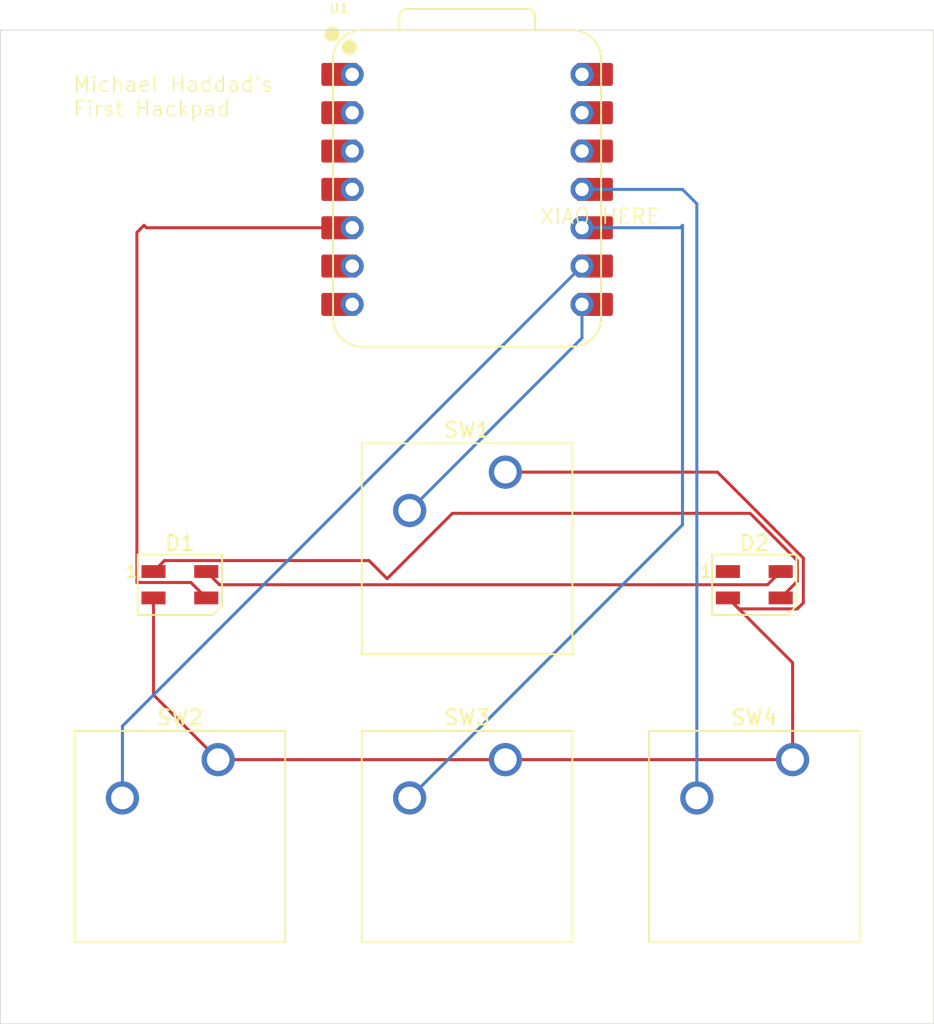
<source format=kicad_pcb>
(kicad_pcb (version 20241229) (generator "pcbnew") (generator_version "9.0")
  (layers (0 "F.Cu" signal) (2 "B.Cu" signal) (13 "F.Paste" user) (15 "B.Paste" user) (5 "F.SilkS" user "F.Silkscreen") (7 "B.SilkS" user "B.Silkscreen") (1 "F.Mask" user) (3 "B.Mask" user) (25 "Edge.Cuts" user))
  (net 0 "")
  (net 1 "+5V")
  (net 2 "GND")
  (net 3 "Net-(D1-DIN)")
  (net 4 "Net-(D1-DOUT)")
  (net 6 "Net-(U1-GPIO1{slash}RX)")
  (net 7 "Net-(U1-GPIO2{slash}SCK)")
  (net 8 "Net-(U1-GPIO4{slash}MISO)")
  (net 9 "Net-(U1-GPIO3{slash}MOSI)")
  (footprint "Button_Switch_Keyboard:SW_Cherry_MX_1.00u_PCB" (layer "F.Cu") (at 104.93375 66.3575)
    (property "Reference" "SW1" (at -2.54 -2.794 0) (layer "F.SilkS"))
    (property "Value" "SW_Push")
    (fp_line (start -9.525 -1.905) (end 4.445 -1.905) (stroke (width 0.12)) (layer "F.SilkS"))
    (fp_line (start -9.525 12.065) (end -9.525 -1.905) (stroke (width 0.12)) (layer "F.SilkS"))
    (fp_line (start 4.445 -1.905) (end 4.445 12.065) (stroke (width 0.12)) (layer "F.SilkS"))
    (fp_line (start 4.445 12.065) (end -9.525 12.065) (stroke (width 0.12)) (layer "F.SilkS"))
    (pad "" np_thru_hole circle (at -7.62 5.08) (size 1.7 1.7) (drill 1.7) (layers "*.Cu" "*.Mask"))
    (pad "" np_thru_hole circle (at -2.54 5.08) (size 4 4) (drill 4) (layers "*.Cu" "*.Mask"))
    (pad "" np_thru_hole circle (at 2.54 5.08) (size 1.7 1.7) (drill 1.7) (layers "*.Cu" "*.Mask"))
    (pad "1" thru_hole circle (at 0 0) (size 2.2 2.2) (drill 1.5) (layers "*.Cu" "*.Mask") (net 2 "GND"))
    (pad "2" thru_hole circle (at -6.35 2.54) (size 2.2 2.2) (drill 1.5) (layers "*.Cu" "*.Mask") (net 6 "Net-(U1-GPIO1{slash}RX)"))
  )
  (footprint "LED_SMD:LED_SK6812MINI_PLCC4_3.5x3.5mm_P1.75mm" (layer "F.Cu") (at 83.34375 73.81875)
    (property "Reference" "D1" (at 0 -2.75 0) (layer "F.SilkS"))
    (property "Value" "SK6812MINI")
    (fp_line (start -2.8 -2) (end -2.8 2) (stroke (width 0.12)) (layer "F.SilkS"))
    (fp_line (start -2.8 -2) (end 2.8 -2) (stroke (width 0.12)) (layer "F.SilkS"))
    (fp_line (start -2.8 2) (end 2.2 2) (stroke (width 0.12)) (layer "F.SilkS"))
    (fp_line (start 2.8 1.4) (end 2.2 2) (stroke (width 0.12)) (layer "F.SilkS"))
    (fp_line (start 2.8 1.4) (end 2.8 -2) (stroke (width 0.12)) (layer "F.SilkS"))
    (fp_text user "1" (at -3.2 -0.875 0) (layer "F.SilkS") (effects (font (size 0.8 0.8))))
    (pad "1" smd rect (at -1.75 -0.875) (size 1.6 0.85) (layers "F.Cu" "F.Mask" "F.Paste") (net 4 "Net-(D1-DOUT)"))
    (pad "2" smd rect (at -1.75 0.875) (size 1.6 0.85) (layers "F.Cu" "F.Mask" "F.Paste") (net 2 "GND"))
    (pad "3" smd rect (at 1.75 0.875) (size 1.6 0.85) (layers "F.Cu" "F.Mask" "F.Paste") (net 3 "Net-(D1-DIN)"))
    (pad "4" smd rect (at 1.75 -0.875) (size 1.6 0.85) (layers "F.Cu" "F.Mask" "F.Paste") (net 1 "+5V"))
  )
  (footprint "Button_Switch_Keyboard:SW_Cherry_MX_1.00u_PCB" (layer "F.Cu") (at 123.98375 85.4075)
    (property "Reference" "SW4" (at -2.54 -2.794 0) (layer "F.SilkS"))
    (property "Value" "SW_Push")
    (fp_line (start -9.525 -1.905) (end 4.445 -1.905) (stroke (width 0.12)) (layer "F.SilkS"))
    (fp_line (start -9.525 12.065) (end -9.525 -1.905) (stroke (width 0.12)) (layer "F.SilkS"))
    (fp_line (start 4.445 -1.905) (end 4.445 12.065) (stroke (width 0.12)) (layer "F.SilkS"))
    (fp_line (start 4.445 12.065) (end -9.525 12.065) (stroke (width 0.12)) (layer "F.SilkS"))
    (pad "" np_thru_hole circle (at -7.62 5.08) (size 1.7 1.7) (drill 1.7) (layers "*.Cu" "*.Mask"))
    (pad "" np_thru_hole circle (at -2.54 5.08) (size 4 4) (drill 4) (layers "*.Cu" "*.Mask"))
    (pad "" np_thru_hole circle (at 2.54 5.08) (size 1.7 1.7) (drill 1.7) (layers "*.Cu" "*.Mask"))
    (pad "1" thru_hole circle (at 0 0) (size 2.2 2.2) (drill 1.5) (layers "*.Cu" "*.Mask") (net 2 "GND"))
    (pad "2" thru_hole circle (at -6.35 2.54) (size 2.2 2.2) (drill 1.5) (layers "*.Cu" "*.Mask") (net 9 "Net-(U1-GPIO3{slash}MOSI)"))
  )
  (footprint "OPL library:XIAO-RP2040-DIP" (layer "F.Cu") (at 102.39375 47.625)
    (property "Reference" "U1" (at -8.5 -12 0) (layer "F.SilkS") (effects (font (size 0.635 0.635) (thickness 0.1016))))
    (property "Value" "XIAO-RP2040-DIP")
    (fp_line (start -8.89 8.509) (end -8.89 -8.636) (stroke (width 0.127)) (layer "F.SilkS"))
    (fp_line (start -6.985 10.414) (end 6.985 10.414) (stroke (width 0.127)) (layer "F.SilkS"))
    (fp_line (start -4.495 -10.541) (end -4.491272 -11.451272) (stroke (width 0.127)) (layer "F.SilkS"))
    (fp_line (start -3.991272 -11.951) (end 4.004 -11.951) (stroke (width 0.127)) (layer "F.SilkS"))
    (fp_line (start 4.504 -11.451) (end 4.504 -10.541) (stroke (width 0.127)) (layer "F.SilkS"))
    (fp_line (start 6.985 -10.541) (end -6.985 -10.541) (stroke (width 0.1)) (layer "F.SilkS"))
    (fp_line (start 6.985 -10.541) (end -6.985 -10.541) (stroke (width 0.127)) (layer "F.SilkS"))
    (fp_line (start 8.89 8.509) (end 8.89 -8.636) (stroke (width 0.127)) (layer "F.SilkS"))
    (fp_arc (start -8.89 -8.636) (mid -8.332038 -9.983038) (end -6.985 -10.541) (stroke (width 0.127)) (layer "F.SilkS"))
    (fp_arc (start -6.985 10.414) (mid -8.332038 9.856038) (end -8.89 8.509) (stroke (width 0.127)) (layer "F.SilkS"))
    (fp_arc (start -4.491272 -11.451272) (mid -4.344728 -11.80464) (end -3.991272 -11.951) (stroke (width 0.127)) (layer "F.SilkS"))
    (fp_arc (start 4.004 -11.951) (mid 4.357553 -11.804553) (end 4.504 -11.451) (stroke (width 0.127)) (layer "F.SilkS"))
    (fp_arc (start 6.985 -10.541) (mid 8.332038 -9.983038) (end 8.89 -8.636) (stroke (width 0.127)) (layer "F.SilkS"))
    (fp_arc (start 8.89 8.509) (mid 8.332038 9.856038) (end 6.985 10.414) (stroke (width 0.127)) (layer "F.SilkS"))
    (fp_circle (center -8.95 -10.3) (end -8.95 -10.554) (stroke (width 0.5)) (fill yes) (layer "F.SilkS"))
    (fp_circle (center -7.807 -9.42) (end -7.807 -9.674) (stroke (width 0.5)) (fill yes) (layer "F.SilkS"))
    (pad "1" smd roundrect (at -8.455 -7.62 180) (size 2.432 1.524) (layers "F.Cu" "F.Mask") (roundrect_rratio 0.1))
    (pad "1" thru_hole circle (at -7.62 -7.62 180) (size 1.524 1.524) (drill 0.889) (layers "*.Cu" "*.Mask"))
    (pad "2" smd roundrect (at -8.455 -5.08 180) (size 2.432 1.524) (layers "F.Cu" "F.Mask") (roundrect_rratio 0.1))
    (pad "2" thru_hole circle (at -7.62 -5.08 180) (size 1.524 1.524) (drill 0.889) (layers "*.Cu" "*.Mask"))
    (pad "3" smd roundrect (at -8.455 -2.54 180) (size 2.432 1.524) (layers "F.Cu" "F.Mask") (roundrect_rratio 0.1))
    (pad "3" thru_hole circle (at -7.62 -2.54 180) (size 1.524 1.524) (drill 0.889) (layers "*.Cu" "*.Mask"))
    (pad "4" smd roundrect (at -8.455 0 180) (size 2.432 1.524) (layers "F.Cu" "F.Mask") (roundrect_rratio 0.1))
    (pad "4" thru_hole circle (at -7.62 0 180) (size 1.524 1.524) (drill 0.889) (layers "*.Cu" "*.Mask"))
    (pad "5" smd roundrect (at -8.455 2.54 180) (size 2.432 1.524) (layers "F.Cu" "F.Mask") (roundrect_rratio 0.1) (net 3 "Net-(D1-DIN)"))
    (pad "5" thru_hole circle (at -7.62 2.54 180) (size 1.524 1.524) (drill 0.889) (layers "*.Cu" "*.Mask") (net 3 "Net-(D1-DIN)"))
    (pad "6" smd roundrect (at -8.455 5.08 180) (size 2.432 1.524) (layers "F.Cu" "F.Mask") (roundrect_rratio 0.1))
    (pad "6" thru_hole circle (at -7.62 5.08 180) (size 1.524 1.524) (drill 0.889) (layers "*.Cu" "*.Mask"))
    (pad "7" smd roundrect (at -8.455 7.62 180) (size 2.432 1.524) (layers "F.Cu" "F.Mask") (roundrect_rratio 0.1))
    (pad "7" thru_hole circle (at -7.62 7.62 180) (size 1.524 1.524) (drill 0.889) (layers "*.Cu" "*.Mask"))
    (pad "8" thru_hole circle (at 7.62 7.62) (size 1.524 1.524) (drill 0.889) (layers "*.Cu" "*.Mask") (net 6 "Net-(U1-GPIO1{slash}RX)"))
    (pad "8" smd roundrect (at 8.455 7.62) (size 2.432 1.524) (layers "F.Cu" "F.Mask") (roundrect_rratio 0.1) (net 6 "Net-(U1-GPIO1{slash}RX)"))
    (pad "9" thru_hole circle (at 7.62 5.08) (size 1.524 1.524) (drill 0.889) (layers "*.Cu" "*.Mask") (net 7 "Net-(U1-GPIO2{slash}SCK)"))
    (pad "9" smd roundrect (at 8.455 5.08) (size 2.432 1.524) (layers "F.Cu" "F.Mask") (roundrect_rratio 0.1) (net 7 "Net-(U1-GPIO2{slash}SCK)"))
    (pad "10" thru_hole circle (at 7.62 2.54) (size 1.524 1.524) (drill 0.889) (layers "*.Cu" "*.Mask") (net 8 "Net-(U1-GPIO4{slash}MISO)"))
    (pad "10" smd roundrect (at 8.455 2.54) (size 2.432 1.524) (layers "F.Cu" "F.Mask") (roundrect_rratio 0.1) (net 8 "Net-(U1-GPIO4{slash}MISO)"))
    (pad "11" thru_hole circle (at 7.62 0) (size 1.524 1.524) (drill 0.889) (layers "*.Cu" "*.Mask") (net 9 "Net-(U1-GPIO3{slash}MOSI)"))
    (pad "11" smd roundrect (at 8.455 0) (size 2.432 1.524) (layers "F.Cu" "F.Mask") (roundrect_rratio 0.1) (net 9 "Net-(U1-GPIO3{slash}MOSI)"))
    (pad "12" thru_hole circle (at 7.62 -2.54) (size 1.524 1.524) (drill 0.889) (layers "*.Cu" "*.Mask"))
    (pad "12" smd roundrect (at 8.455 -2.54) (size 2.432 1.524) (layers "F.Cu" "F.Mask") (roundrect_rratio 0.1))
    (pad "13" thru_hole circle (at 7.62 -5.08) (size 1.524 1.524) (drill 0.889) (layers "*.Cu" "*.Mask"))
    (pad "13" smd roundrect (at 8.455 -5.08) (size 2.432 1.524) (layers "F.Cu" "F.Mask") (roundrect_rratio 0.1))
    (pad "14" thru_hole circle (at 7.62 -7.62) (size 1.524 1.524) (drill 0.889) (layers "*.Cu" "*.Mask"))
    (pad "14" smd roundrect (at 8.455 -7.62) (size 2.432 1.524) (layers "F.Cu" "F.Mask") (roundrect_rratio 0.1))
  )
  (footprint "Button_Switch_Keyboard:SW_Cherry_MX_1.00u_PCB" (layer "F.Cu") (at 85.88375 85.4075)
    (property "Reference" "SW2" (at -2.54 -2.794 0) (layer "F.SilkS"))
    (property "Value" "SW_Push")
    (fp_line (start -9.525 -1.905) (end 4.445 -1.905) (stroke (width 0.12)) (layer "F.SilkS"))
    (fp_line (start -9.525 12.065) (end -9.525 -1.905) (stroke (width 0.12)) (layer "F.SilkS"))
    (fp_line (start 4.445 -1.905) (end 4.445 12.065) (stroke (width 0.12)) (layer "F.SilkS"))
    (fp_line (start 4.445 12.065) (end -9.525 12.065) (stroke (width 0.12)) (layer "F.SilkS"))
    (pad "" np_thru_hole circle (at -7.62 5.08) (size 1.7 1.7) (drill 1.7) (layers "*.Cu" "*.Mask"))
    (pad "" np_thru_hole circle (at -2.54 5.08) (size 4 4) (drill 4) (layers "*.Cu" "*.Mask"))
    (pad "" np_thru_hole circle (at 2.54 5.08) (size 1.7 1.7) (drill 1.7) (layers "*.Cu" "*.Mask"))
    (pad "1" thru_hole circle (at 0 0) (size 2.2 2.2) (drill 1.5) (layers "*.Cu" "*.Mask") (net 2 "GND"))
    (pad "2" thru_hole circle (at -6.35 2.54) (size 2.2 2.2) (drill 1.5) (layers "*.Cu" "*.Mask") (net 7 "Net-(U1-GPIO2{slash}SCK)"))
  )
  (footprint "Button_Switch_Keyboard:SW_Cherry_MX_1.00u_PCB" (layer "F.Cu") (at 104.93375 85.4075)
    (property "Reference" "SW3" (at -2.54 -2.794 0) (layer "F.SilkS"))
    (property "Value" "SW_Push")
    (fp_line (start -9.525 -1.905) (end 4.445 -1.905) (stroke (width 0.12)) (layer "F.SilkS"))
    (fp_line (start -9.525 12.065) (end -9.525 -1.905) (stroke (width 0.12)) (layer "F.SilkS"))
    (fp_line (start 4.445 -1.905) (end 4.445 12.065) (stroke (width 0.12)) (layer "F.SilkS"))
    (fp_line (start 4.445 12.065) (end -9.525 12.065) (stroke (width 0.12)) (layer "F.SilkS"))
    (pad "" np_thru_hole circle (at -7.62 5.08) (size 1.7 1.7) (drill 1.7) (layers "*.Cu" "*.Mask"))
    (pad "" np_thru_hole circle (at -2.54 5.08) (size 4 4) (drill 4) (layers "*.Cu" "*.Mask"))
    (pad "" np_thru_hole circle (at 2.54 5.08) (size 1.7 1.7) (drill 1.7) (layers "*.Cu" "*.Mask"))
    (pad "1" thru_hole circle (at 0 0) (size 2.2 2.2) (drill 1.5) (layers "*.Cu" "*.Mask") (net 2 "GND"))
    (pad "2" thru_hole circle (at -6.35 2.54) (size 2.2 2.2) (drill 1.5) (layers "*.Cu" "*.Mask") (net 8 "Net-(U1-GPIO4{slash}MISO)"))
  )
  (footprint "LED_SMD:LED_SK6812MINI_PLCC4_3.5x3.5mm_P1.75mm" (layer "F.Cu") (at 121.44375 73.81875)
    (property "Reference" "D2" (at 0 -2.75 0) (layer "F.SilkS"))
    (property "Value" "SK6812MINI")
    (fp_line (start -2.8 -2) (end -2.8 2) (stroke (width 0.12)) (layer "F.SilkS"))
    (fp_line (start -2.8 -2) (end 2.8 -2) (stroke (width 0.12)) (layer "F.SilkS"))
    (fp_line (start -2.8 2) (end 2.2 2) (stroke (width 0.12)) (layer "F.SilkS"))
    (fp_line (start 2.8 1.4) (end 2.2 2) (stroke (width 0.12)) (layer "F.SilkS"))
    (fp_line (start 2.8 1.4) (end 2.8 -2) (stroke (width 0.12)) (layer "F.SilkS"))
    (fp_text user "1" (at -3.2 -0.875 0) (layer "F.SilkS") (effects (font (size 0.8 0.8))))
    (pad "1" smd rect (at -1.75 -0.875) (size 1.6 0.85) (layers "F.Cu" "F.Mask" "F.Paste"))
    (pad "2" smd rect (at -1.75 0.875) (size 1.6 0.85) (layers "F.Cu" "F.Mask" "F.Paste") (net 2 "GND"))
    (pad "3" smd rect (at 1.75 0.875) (size 1.6 0.85) (layers "F.Cu" "F.Mask" "F.Paste") (net 4 "Net-(D1-DOUT)"))
    (pad "4" smd rect (at 1.75 -0.875) (size 1.6 0.85) (layers "F.Cu" "F.Mask" "F.Paste") (net 1 "+5V"))
  )
  (gr_rect (start 71.4375 37.071) (end 133.35 102.90825) (stroke (width 0.05)) (fill no) (layer "Edge.Cuts"))
  (gr_text "Michael Haddad's\nFirst Hackpad" (at 76.2 42.8625 0) (layer "F.SilkS") (effects (font (size 1 1) (thickness 0.1)) (justify left bottom)))
  (gr_text "XIAO HERE" (at 107.15625 50.00625 0) (layer "F.SilkS") (effects (font (size 1 1) (thickness 0.1)) (justify left bottom)))
  (segment (start 85.96875 73.81875) (end 122.31875 73.81875) (width 0.2) (layer "F.Cu") (net 1))
  (segment (start 122.31875 73.81875) (end 123.19375 72.94375) (width 0.2) (layer "F.Cu") (net 1))
  (segment (start 85.09375 72.94375) (end 85.96875 73.81875) (width 0.2) (layer "F.Cu") (net 1))
  (segment (start 120.41975 75.41975) (end 119.69375 74.69375) (width 0.2) (layer "F.Cu") (net 2))
  (segment (start 85.88375 85.4075) (end 81.59375 81.1175) (width 0.2) (layer "F.Cu") (net 2))
  (segment (start 104.93375 85.4075) (end 123.98375 85.4075) (width 0.2) (layer "F.Cu") (net 2))
  (segment (start 123.98375 78.98375) (end 119.69375 74.69375) (width 0.2) (layer "F.Cu") (net 2))
  (segment (start 119.0016 66.3575) (end 124.69575 72.05165) (width 0.2) (layer "F.Cu") (net 2))
  (segment (start 124.69575 72.05165) (end 124.69575 75.01875) (width 0.2) (layer "F.Cu") (net 2))
  (segment (start 124.29475 75.41975) (end 120.41975 75.41975) (width 0.2) (layer "F.Cu") (net 2))
  (segment (start 123.98375 85.4075) (end 123.98375 78.98375) (width 0.2) (layer "F.Cu") (net 2))
  (segment (start 104.93375 66.3575) (end 119.0016 66.3575) (width 0.2) (layer "F.Cu") (net 2))
  (segment (start 85.88375 85.4075) (end 104.93375 85.4075) (width 0.2) (layer "F.Cu") (net 2))
  (segment (start 124.69575 75.01875) (end 124.29475 75.41975) (width 0.2) (layer "F.Cu") (net 2))
  (segment (start 81.59375 81.1175) (end 81.59375 74.69375) (width 0.2) (layer "F.Cu") (net 2))
  (segment (start 81.12125 50.165) (end 94.77375 50.165) (width 0.2) (layer "F.Cu") (net 3))
  (segment (start 80.49275 73.66975) (end 80.49275 50.476) (width 0.2) (layer "F.Cu") (net 3))
  (segment (start 84.06975 73.66975) (end 80.49275 73.66975) (width 0.2) (layer "F.Cu") (net 3))
  (segment (start 80.49275 50.476) (end 80.9625 50.00625) (width 0.2) (layer "F.Cu") (net 3))
  (segment (start 85.09375 74.69375) (end 84.06975 73.66975) (width 0.2) (layer "F.Cu") (net 3))
  (segment (start 80.9625 50.00625) (end 81.12125 50.165) (width 0.2) (layer "F.Cu") (net 3))
  (segment (start 81.59375 72.94375) (end 82.31975 72.21775) (width 0.2) (layer "F.Cu") (net 4))
  (segment (start 121.1635 69.0865) (end 124.29475 72.21775) (width 0.2) (layer "F.Cu") (net 4))
  (segment (start 82.31975 72.21775) (end 95.888684 72.21775) (width 0.2) (layer "F.Cu") (net 4))
  (segment (start 101.419934 69.0865) (end 121.1635 69.0865) (width 0.2) (layer "F.Cu") (net 4))
  (segment (start 95.888684 72.21775) (end 97.088684 73.41775) (width 0.2) (layer "F.Cu") (net 4))
  (segment (start 97.088684 73.41775) (end 101.419934 69.0865) (width 0.2) (layer "F.Cu") (net 4))
  (segment (start 124.29475 73.59275) (end 123.19375 74.69375) (width 0.2) (layer "F.Cu") (net 4))
  (segment (start 124.29475 72.21775) (end 124.29475 73.59275) (width 0.2) (layer "F.Cu") (net 4))
  (segment (start 110.01375 55.245) (end 110.01375 57.4675) (width 0.2) (layer "B.Cu") (net 6))
  (segment (start 110.01375 57.4675) (end 98.58375 68.8975) (width 0.2) (layer "B.Cu") (net 6))
  (segment (start 79.53375 87.9475) (end 79.53375 83.185) (width 0.2) (layer "B.Cu") (net 7))
  (segment (start 79.53375 83.185) (end 110.01375 52.705) (width 0.2) (layer "B.Cu") (net 7))
  (segment (start 116.68125 50.00625) (end 116.5225 50.165) (width 0.2) (layer "B.Cu") (net 8))
  (segment (start 98.58375 87.9475) (end 116.68125 69.85) (width 0.2) (layer "B.Cu") (net 8))
  (segment (start 116.68125 69.85) (end 116.68125 50.00625) (width 0.2) (layer "B.Cu") (net 8))
  (segment (start 116.5225 50.165) (end 110.01375 50.165) (width 0.2) (layer "B.Cu") (net 8))
  (segment (start 117.63375 87.9475) (end 117.63375 48.5775) (width 0.2) (layer "B.Cu") (net 9))
  (segment (start 116.68125 47.625) (end 110.01375 47.625) (width 0.2) (layer "B.Cu") (net 9))
  (segment (start 117.63375 48.5775) (end 116.68125 47.625) (width 0.2) (layer "B.Cu") (net 9))
)
</source>
